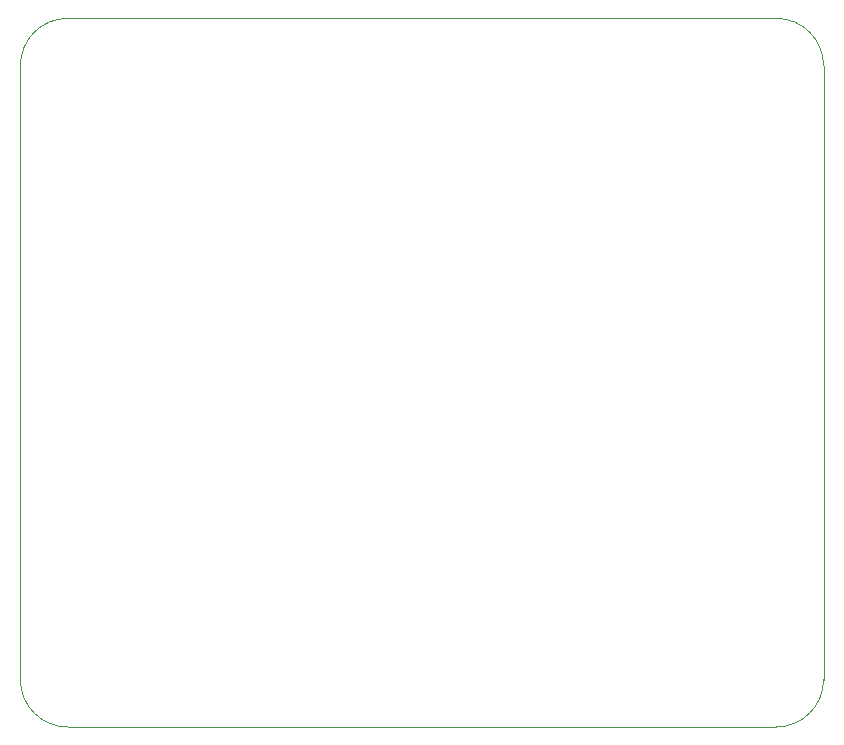
<source format=gm1>
G04 #@! TF.GenerationSoftware,KiCad,Pcbnew,9.0.1*
G04 #@! TF.CreationDate,2025-05-08T09:38:56+02:00*
G04 #@! TF.ProjectId,bidirectional-tester,62696469-7265-4637-9469-6f6e616c2d74,rev?*
G04 #@! TF.SameCoordinates,Original*
G04 #@! TF.FileFunction,Profile,NP*
%FSLAX46Y46*%
G04 Gerber Fmt 4.6, Leading zero omitted, Abs format (unit mm)*
G04 Created by KiCad (PCBNEW 9.0.1) date 2025-05-08 09:38:56*
%MOMM*%
%LPD*%
G01*
G04 APERTURE LIST*
G04 #@! TA.AperFunction,Profile*
%ADD10C,0.050000*%
G04 #@! TD*
G04 APERTURE END LIST*
D10*
X134000000Y-126000000D02*
G75*
G02*
X130000000Y-130000000I-4000000J0D01*
G01*
X130000000Y-130000000D02*
X70000000Y-130000000D01*
X130000000Y-70000000D02*
X70000000Y-70000000D01*
X134000000Y-126000000D02*
X134000000Y-74000000D01*
X70000000Y-130000000D02*
G75*
G02*
X66000000Y-126000000I0J4000000D01*
G01*
X130000000Y-70000000D02*
G75*
G02*
X134000000Y-74000000I0J-4000000D01*
G01*
X66000000Y-74000000D02*
G75*
G02*
X70000000Y-70000000I4000000J0D01*
G01*
X66000000Y-74000000D02*
X66000000Y-126000000D01*
M02*

</source>
